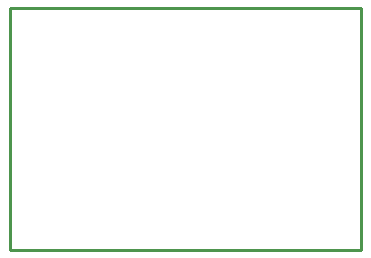
<source format=gko>
G04 EAGLE Gerber RS-274X export*
G75*
%MOMM*%
%FSLAX34Y34*%
%LPD*%
%INBoard Outline*%
%IPPOS*%
%AMOC8*
5,1,8,0,0,1.08239X$1,22.5*%
G01*
%ADD10C,0.200000*%
%ADD11C,0.254000*%


D10*
X368300Y205500D02*
X368300Y0D01*
X665200Y0D01*
X665200Y205500D01*
X368300Y205500D01*
D11*
X368300Y0D02*
X665200Y0D01*
X665200Y205500D01*
X368300Y205500D01*
X368300Y0D01*
M02*

</source>
